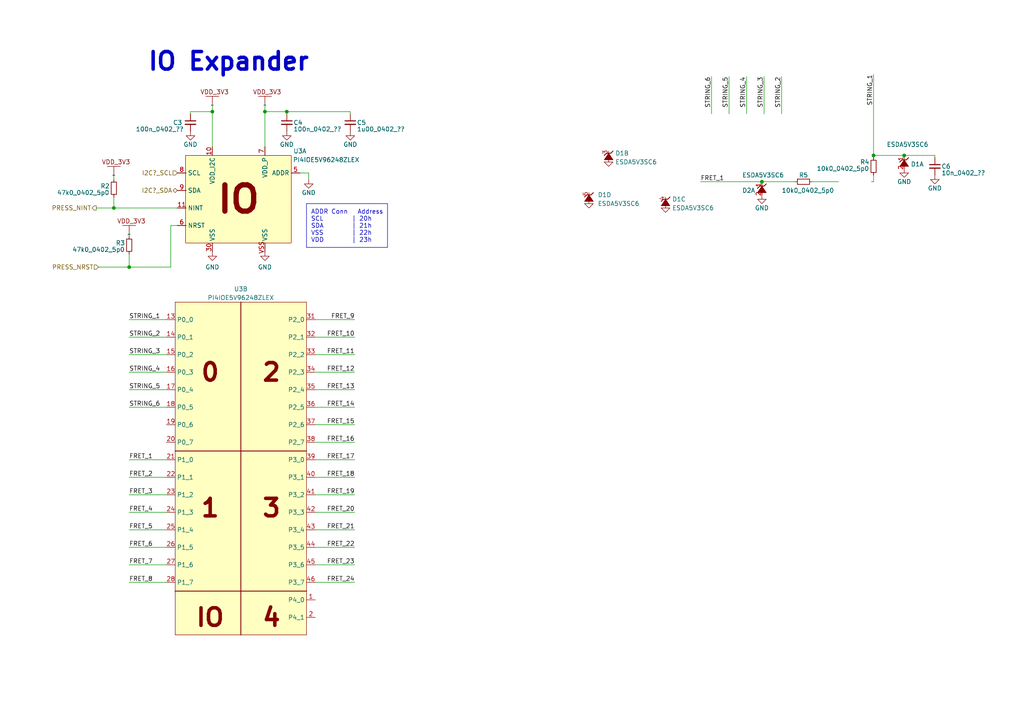
<source format=kicad_sch>
(kicad_sch (version 20230121) (generator eeschema)
  (paper "A4")
  (lib_symbols
    (symbol "Beacon_Lite_Library:ESDA5V3SC6"
      (property "Reference" "D" (at 2.54 1.905 0))
      (property "Value" "ESDA5V3SC6" (at 7.62 0 0))
      (symbol "ESDA5V3SC6_1_1"
        (polyline (pts (xy 0 -1.905) (xy -0.635 -1.905) (xy -1.27 -2.54)) (stroke (width 0.254)))
        (polyline (pts (xy 0 -1.905) (xy 0.635 -1.905) (xy 1.27 -1.27)) (stroke (width 0.254)))
        (polyline (pts (xy 0 -1.905) (xy -1.27 -3.81) (xy 1.27 -3.81) (xy 0 -1.905)) (fill (type outline)))
        (pin passive line (at 0 -1.27 270) (length 0.635) (name "") (number "1"))
        (pin passive line (at 0 -4.445 90) (length 0.635) (name "") (number "2"))
      )
      (symbol "ESDA5V3SC6_2_1"
        (polyline (pts (xy 0 -4.445) (xy 0 -3.175)))
        (polyline (pts (xy 0 -1.905) (xy -0.635 -1.905) (xy -1.27 -2.54)) (stroke (width 0.254)))
        (polyline (pts (xy 0 -1.905) (xy 0.635 -1.905) (xy 1.27 -1.27)) (stroke (width 0.254)))
        (polyline (pts (xy -1.27 -4.445) (xy 1.27 -4.445) (xy 0 -5.715) (xy -1.27 -4.445)))
        (polyline (pts (xy 0 -1.905) (xy -1.27 -3.81) (xy 1.27 -3.81) (xy 0 -1.905)) (fill (type outline)))
        (pin passive line (at 0 -1.27 270) (length 0.635) (name "") (number "3"))
      )
      (symbol "ESDA5V3SC6_3_1"
        (polyline (pts (xy 0 -4.445) (xy 0 -3.175)))
        (polyline (pts (xy 0 -1.905) (xy -0.635 -1.905) (xy -1.27 -2.54)) (stroke (width 0.254)))
        (polyline (pts (xy 0 -1.905) (xy 0.635 -1.905) (xy 1.27 -1.27)) (stroke (width 0.254)))
        (polyline (pts (xy -1.27 -4.445) (xy 1.27 -4.445) (xy 0 -5.715) (xy -1.27 -4.445)))
        (polyline (pts (xy 0 -1.905) (xy -1.27 -3.81) (xy 1.27 -3.81) (xy 0 -1.905)) (fill (type outline)))
        (pin passive line (at 0 -1.27 270) (length 0.635) (name "") (number "4"))
      )
      (symbol "ESDA5V3SC6_4_1"
        (polyline (pts (xy 0 -4.445) (xy 0 -3.175)))
        (polyline (pts (xy 0 -1.905) (xy -0.635 -1.905) (xy -1.27 -2.54)) (stroke (width 0.254)))
        (polyline (pts (xy 0 -1.905) (xy 0.635 -1.905) (xy 1.27 -1.27)) (stroke (width 0.254)))
        (polyline (pts (xy -1.27 -4.445) (xy 1.27 -4.445) (xy 0 -5.715) (xy -1.27 -4.445)))
        (polyline (pts (xy 0 -1.905) (xy -1.27 -3.81) (xy 1.27 -3.81) (xy 0 -1.905)) (fill (type outline)))
        (pin passive line (at 0 -1.27 270) (length 0.635) (name "") (number "5"))
      )
    )
    (symbol "Beacon_Lite_Library:PI4IOE5V96248ZLEX"
      (property "Reference" "U" (at 26.035 3.175 0))
      (property "Value" "PI4IOE5V96248ZLEX" (at 34.925 1.27 0))
      (symbol "PI4IOE5V96248ZLEX_1_1"
        (rectangle (start -0.127 0) (end 30.48 -25.4) (fill (type background)))
        (text "IO" (at 15.24 -12.7 0) (effects (font (size 7.62 7.62) bold)))
        (pin power_in line (at 7.62 2.54 270) (length 2.54) (name "VDD_I2C") (number "10"))
        (pin output line (at -2.54 -15.24 0) (length 2.54) (name "NINT") (number "11"))
        (pin no_connect line (at 36.83 -27.94 180) (length 1.27) hide (name "NC") (number "12"))
        (pin no_connect line (at 36.83 -31.75 180) (length 1.27) hide (name "NC") (number "29"))
        (pin no_connect line (at 36.83 -20.32 180) (length 1.27) hide (name "NC") (number "3"))
        (pin passive line (at 7.62 -27.94 90) (length 2.54) (name "VSS") (number "30"))
        (pin no_connect line (at 36.83 -24.13 180) (length 1.27) hide (name "NC") (number "4"))
        (pin input line (at 33.02 -5.08 180) (length 2.54) (name "ADDR") (number "5"))
        (pin input line (at -2.54 -20.32 0) (length 2.54) (name "NRST") (number "6"))
        (pin power_in line (at 22.86 2.54 270) (length 2.54) (name "VDD_P") (number "7"))
        (pin input line (at -2.54 -5.08 0) (length 2.54) (name "SCL") (number "8"))
        (pin bidirectional line (at -2.54 -10.16 0) (length 2.54) (name "SDA") (number "9"))
        (pin passive line (at 22.86 -27.94 90) (length 2.54) (name "VSS") (number "VSS"))
      )
      (symbol "PI4IOE5V96248ZLEX_2_1"
        (rectangle (start -0.127 0) (end 38.1 -96.52) (fill (type background)))
        (polyline (pts (xy 20.32 -83.82) (xy 20.32 0)) (stroke (width 0.254)))
        (polyline (pts (xy 38.1 -83.82) (xy 0 -83.82)) (stroke (width 0.254)))
        (polyline (pts (xy 38.1 -43.18) (xy 0 -43.18)) (stroke (width 0.254)))
        (text "0" (at 11.43 -20.32 0) (effects (font (size 5.08 5.08) bold)))
        (text "1" (at 11.43 -59.69 0) (effects (font (size 5.08 5.08) bold)))
        (text "2" (at 27.94 -20.32 0) (effects (font (size 5.08 5.08) bold)))
        (text "3" (at 27.94 -59.69 0) (effects (font (size 5.08 5.08) bold)))
        (text "4" (at 27.94 -91.44 0) (effects (font (size 5.08 5.08) bold)))
        (text "IO" (at 11.43 -91.44 0) (effects (font (size 5.08 5.08) bold)))
        (pin unspecified line (at 40.64 -86.36 180) (length 2.54) (name "P4_0") (number "1"))
        (pin unspecified line (at -2.54 -5.08 0) (length 2.54) (name "P0_0") (number "13"))
        (pin unspecified line (at -2.54 -10.16 0) (length 2.54) (name "P0_1") (number "14"))
        (pin unspecified line (at -2.54 -15.24 0) (length 2.54) (name "P0_2") (number "15"))
        (pin unspecified line (at -2.54 -20.32 0) (length 2.54) (name "P0_3") (number "16"))
        (pin unspecified line (at -2.54 -25.4 0) (length 2.54) (name "P0_4") (number "17"))
        (pin unspecified line (at -2.54 -30.48 0) (length 2.54) (name "P0_5") (number "18"))
        (pin unspecified line (at -2.54 -35.56 0) (length 2.54) (name "P0_6") (number "19"))
        (pin unspecified line (at 40.64 -91.44 180) (length 2.54) (name "P4_1") (number "2"))
        (pin unspecified line (at -2.54 -40.64 0) (length 2.54) (name "P0_7") (number "20"))
        (pin unspecified line (at -2.54 -45.72 0) (length 2.54) (name "P1_0") (number "21"))
        (pin unspecified line (at -2.54 -50.8 0) (length 2.54) (name "P1_1") (number "22"))
        (pin unspecified line (at -2.54 -55.88 0) (length 2.54) (name "P1_2") (number "23"))
        (pin unspecified line (at -2.54 -60.96 0) (length 2.54) (name "P1_3") (number "24"))
        (pin unspecified line (at -2.54 -66.04 0) (length 2.54) (name "P1_4") (number "25"))
        (pin unspecified line (at -2.54 -71.12 0) (length 2.54) (name "P1_5") (number "26"))
        (pin unspecified line (at -2.54 -76.2 0) (length 2.54) (name "P1_6") (number "27"))
        (pin unspecified line (at -2.54 -81.28 0) (length 2.54) (name "P1_7") (number "28"))
        (pin unspecified line (at 40.7337 -4.9243 180) (length 2.54) (name "P2_0") (number "31"))
        (pin unspecified line (at 40.7337 -10.0043 180) (length 2.54) (name "P2_1") (number "32"))
        (pin unspecified line (at 40.7337 -15.0843 180) (length 2.54) (name "P2_2") (number "33"))
        (pin unspecified line (at 40.7337 -20.1643 180) (length 2.54) (name "P2_3") (number "34"))
        (pin unspecified line (at 40.7337 -25.2443 180) (length 2.54) (name "P2_4") (number "35"))
        (pin unspecified line (at 40.7337 -30.3243 180) (length 2.54) (name "P2_5") (number "36"))
        (pin unspecified line (at 40.7337 -35.4043 180) (length 2.54) (name "P2_6") (number "37"))
        (pin unspecified line (at 40.64 -40.64 180) (length 2.54) (name "P2_7") (number "38"))
        (pin unspecified line (at 40.64 -45.72 180) (length 2.54) (name "P3_0") (number "39"))
        (pin unspecified line (at 40.64 -50.8 180) (length 2.54) (name "P3_1") (number "40"))
        (pin unspecified line (at 40.64 -55.88 180) (length 2.54) (name "P3_2") (number "41"))
        (pin unspecified line (at 40.64 -60.96 180) (length 2.54) (name "P3_3") (number "42"))
        (pin unspecified line (at 40.64 -66.04 180) (length 2.54) (name "P3_4") (number "43"))
        (pin unspecified line (at 40.64 -71.12 180) (length 2.54) (name "P3_5") (number "44"))
        (pin unspecified line (at 40.64 -76.2 180) (length 2.54) (name "P3_6") (number "45"))
        (pin unspecified line (at 40.64 -81.28 180) (length 2.54) (name "P3_7") (number "46"))
      )
    )
    (symbol "Beacon_Lite_Library:VDD_3V3"
      (symbol "VDD_3V3_0_0"
        (text "VDD_3V3" (at 0.635 3.81 0) (effects (font (size 1.27 1.27))))
      )
      (symbol "VDD_3V3_0_1"
        (polyline (pts (xy 0 2.54) (xy 0 0)))
        (polyline (pts (xy 1.905 2.54) (xy -1.905 2.54)))
      )
      (symbol "VDD_3V3_1_1"
        (pin power_in line (at 0 0 90) (length 2.54) hide (name "VDD_3V3") (number ""))
      )
    )
    (symbol "Device:C_Small" (pin_numbers hide) (pin_names (offset 0.254) hide)
      (property "Reference" "C" (at 0.254 1.778 0))
      (property "Value" "C_Small" (at 0.254 -2.032 0))
      (symbol "C_Small_0_1"
        (polyline (pts (xy -1.524 -0.508) (xy 1.524 -0.508)) (stroke (width 0.3302)))
        (polyline (pts (xy -1.524 0.508) (xy 1.524 0.508)) (stroke (width 0.3048)))
      )
      (symbol "C_Small_1_1"
        (pin passive line (at 0 2.54 270) (length 2.032) (name "~") (number "1"))
        (pin passive line (at 0 -2.54 90) (length 2.032) (name "~") (number "2"))
      )
    )
    (symbol "Device:R_Small" (pin_numbers hide) (pin_names (offset 0.254) hide)
      (property "Reference" "R" (at 0.762 0.508 0))
      (property "Value" "R_Small" (at 0.762 -1.016 0))
      (symbol "R_Small_0_1"
        (rectangle (start -0.762 1.778) (end 0.762 -1.778) (stroke (width 0.2032)))
      )
      (symbol "R_Small_1_1"
        (pin passive line (at 0 2.54 270) (length 0.762) (name "~") (number "1"))
        (pin passive line (at 0 -2.54 90) (length 0.762) (name "~") (number "2"))
      )
    )
    (symbol "PI4IOE5V96248ZLEX_1"
      (property "Reference" "U" (at 26.035 3.175 0))
      (property "Value" "PI4IOE5V96248ZLEX" (at 34.925 1.27 0))
      (symbol "PI4IOE5V96248ZLEX_1_1_1"
        (rectangle (start 0 0) (end 30.48 -25.4) (fill (type background)))
        (text "IO" (at 15.24 -12.7 0) (effects (font (size 7.62 7.62) bold)))
        (pin power_in line (at 7.62 2.54 270) (length 2.54) (name "VDD_I2C") (number "10"))
        (pin output line (at -2.54 -15.24 0) (length 2.54) (name "NINT") (number "11"))
        (pin no_connect line (at 36.83 -27.94 180) (length 1.27) hide (name "NC") (number "12"))
        (pin no_connect line (at 36.83 -31.75 180) (length 1.27) hide (name "NC") (number "29"))
        (pin no_connect line (at 36.83 -20.32 180) (length 1.27) hide (name "NC") (number "3"))
        (pin passive line (at 7.62 -27.94 90) (length 2.54) (name "VSS") (number "30"))
        (pin no_connect line (at 36.83 -24.13 180) (length 1.27) hide (name "NC") (number "4"))
        (pin input line (at 33.02 -5.08 180) (length 2.54) (name "ADDR") (number "5"))
        (pin input line (at -2.54 -20.32 0) (length 2.54) (name "NRST") (number "6"))
        (pin power_in line (at 22.86 2.54 270) (length 2.54) (name "VDD_P") (number "7"))
        (pin input line (at -2.54 -5.08 0) (length 2.54) (name "SCL") (number "8"))
        (pin bidirectional line (at -2.54 -10.16 0) (length 2.54) (name "SDA") (number "9"))
        (pin passive line (at 22.86 -27.94 90) (length 2.54) (name "VSS") (number "VSS"))
      )
      (symbol "PI4IOE5V96248ZLEX_1_2_1"
        (polyline (pts (xy 19.05 -96.52) (xy 19.05 0)) (stroke (width 0.254)))
        (polyline (pts (xy 38.1 -83.82) (xy 0 -83.82)) (stroke (width 0.254)))
        (polyline (pts (xy 38.1 -43.18) (xy 0 -43.18)) (stroke (width 0.254)))
        (rectangle (start 0 0) (end 38.1 -96.52) (fill (type background)))
        (text "0" (at 10.16 -20.32 0) (effects (font (size 5.08 5.08) bold)))
        (text "1" (at 10.16 -59.69 0) (effects (font (size 5.08 5.08) bold)))
        (text "2" (at 27.94 -20.32 0) (effects (font (size 5.08 5.08) bold)))
        (text "3" (at 27.94 -59.69 0) (effects (font (size 5.08 5.08) bold)))
        (text "4" (at 27.94 -91.44 0) (effects (font (size 5.08 5.08) bold)))
        (text "IO" (at 10.16 -91.44 0) (effects (font (size 5.08 5.08) bold)))
        (pin unspecified line (at 40.64 -86.36 180) (length 2.54) (name "P4_0") (number "1"))
        (pin unspecified line (at -2.54 -5.08 0) (length 2.54) (name "P0_0") (number "13"))
        (pin unspecified line (at -2.54 -10.16 0) (length 2.54) (name "P0_1") (number "14"))
        (pin unspecified line (at -2.54 -15.24 0) (length 2.54) (name "P0_2") (number "15"))
        (pin unspecified line (at -2.54 -20.32 0) (length 2.54) (name "P0_3") (number "16"))
        (pin unspecified line (at -2.54 -25.4 0) (length 2.54) (name "P0_4") (number "17"))
        (pin unspecified line (at -2.54 -30.48 0) (length 2.54) (name "P0_5") (number "18"))
        (pin unspecified line (at -2.54 -35.56 0) (length 2.54) (name "P0_6") (number "19"))
        (pin unspecified line (at 40.64 -91.44 180) (length 2.54) (name "P4_1") (number "2"))
        (pin unspecified line (at -2.54 -40.64 0) (length 2.54) (name "P0_7") (number "20"))
        (pin unspecified line (at -2.54 -45.72 0) (length 2.54) (name "P1_0") (number "21"))
        (pin unspecified line (at -2.54 -50.8 0) (length 2.54) (name "P1_1") (number "22"))
        (pin unspecified line (at -2.54 -55.88 0) (length 2.54) (name "P1_2") (number "23"))
        (pin unspecified line (at -2.54 -60.96 0) (length 2.54) (name "P1_3") (number "24"))
        (pin unspecified line (at -2.54 -66.04 0) (length 2.54) (name "P1_4") (number "25"))
        (pin unspecified line (at -2.54 -71.12 0) (length 2.54) (name "P1_5") (number "26"))
        (pin unspecified line (at -2.54 -76.2 0) (length 2.54) (name "P1_6") (number "27"))
        (pin unspecified line (at -2.54 -81.28 0) (length 2.54) (name "P1_7") (number "28"))
        (pin unspecified line (at 40.64 -5.08 180) (length 2.54) (name "P2_0") (number "31"))
        (pin unspecified line (at 40.64 -10.16 180) (length 2.54) (name "P2_1") (number "32"))
        (pin unspecified line (at 40.64 -15.24 180) (length 2.54) (name "P2_2") (number "33"))
        (pin unspecified line (at 40.64 -20.32 180) (length 2.54) (name "P2_3") (number "34"))
        (pin unspecified line (at 40.64 -25.4 180) (length 2.54) (name "P2_4") (number "35"))
        (pin unspecified line (at 40.64 -30.48 180) (length 2.54) (name "P2_5") (number "36"))
        (pin unspecified line (at 40.64 -35.56 180) (length 2.54) (name "P2_6") (number "37"))
        (pin unspecified line (at 40.64 -40.64 180) (length 2.54) (name "P2_7") (number "38"))
        (pin unspecified line (at 40.64 -45.72 180) (length 2.54) (name "P3_0") (number "39"))
        (pin unspecified line (at 40.64 -50.8 180) (length 2.54) (name "P3_1") (number "40"))
        (pin unspecified line (at 40.64 -55.88 180) (length 2.54) (name "P3_2") (number "41"))
        (pin unspecified line (at 40.64 -60.96 180) (length 2.54) (name "P3_3") (number "42"))
        (pin unspecified line (at 40.64 -66.04 180) (length 2.54) (name "P3_4") (number "43"))
        (pin unspecified line (at 40.64 -71.12 180) (length 2.54) (name "P3_5") (number "44"))
        (pin unspecified line (at 40.64 -76.2 180) (length 2.54) (name "P3_6") (number "45"))
        (pin unspecified line (at 40.64 -81.28 180) (length 2.54) (name "P3_7") (number "46"))
      )
    )
    (symbol "power:GND" (power) (pin_names (offset 0))
      (property "Value" "GND" (at 0 -3.81 0))
      (symbol "GND_0_1"
        (polyline (pts (xy 0 0) (xy 0 -1.27) (xy 1.27 -1.27) (xy 0 -2.54) (xy -1.27 -1.27) (xy 0 -1.27)))
      )
      (symbol "GND_1_1"
        (pin power_in line (at 0 0 270) (length 0) hide (name "GND") (number "1"))
      )
    )
  )
  (junction (at 33.02 60.325))
  (junction (at 253.365 45.085))
  (junction (at 262.255 45.085))
  (junction (at 61.595 32.385))
  (junction (at 83.185 32.385))
  (junction (at 76.835 32.385))
  (junction (at 37.465 77.47))
  (junction (at 220.98 52.705))
  (wire (pts (xy 37.465 158.75) (xy 48.26 158.75)))
  (wire (pts (xy 37.465 163.83) (xy 48.26 163.83)))
  (wire (pts (xy 91.44 138.43) (xy 102.87 138.43)))
  (wire (pts (xy 91.44 148.59) (xy 102.87 148.59)))
  (wire (pts (xy 49.53 77.47) (xy 49.53 65.405)))
  (wire (pts (xy 253.365 50.8) (xy 253.365 52.705)))
  (wire (pts (xy 211.455 22.225) (xy 211.455 33.02)))
  (wire (pts (xy 37.465 97.79) (xy 48.26 97.79)))
  (wire (pts (xy 101.6 33.02) (xy 101.6 32.385)))
  (wire (pts (xy 91.44 133.35) (xy 102.87 133.35)))
  (wire (pts (xy 253.365 45.085) (xy 262.255 45.085)))
  (wire (pts (xy 252.73 52.705) (xy 253.365 52.705)))
  (wire (pts (xy 253.365 21.59) (xy 253.365 45.085)))
  (wire (pts (xy 37.465 138.43) (xy 48.26 138.43)))
  (wire (pts (xy 89.535 52.07) (xy 89.535 50.165)))
  (wire (pts (xy 221.615 22.225) (xy 221.615 33.02)))
  (wire (pts (xy 91.44 113.03) (xy 102.87 113.03)))
  (wire (pts (xy 27.94 60.325) (xy 33.02 60.325)))
  (wire (pts (xy 49.53 65.405) (xy 51.435 65.405)))
  (wire (pts (xy 91.44 123.19) (xy 102.87 123.19)))
  (wire (pts (xy 33.02 60.325) (xy 51.435 60.325)))
  (wire (pts (xy 91.44 118.11) (xy 102.87 118.11)))
  (wire (pts (xy 262.255 45.72) (xy 262.255 45.085)))
  (wire (pts (xy 220.98 52.705) (xy 220.98 53.34)))
  (wire (pts (xy 37.465 148.59) (xy 48.26 148.59)))
  (wire (pts (xy 206.375 22.225) (xy 206.375 33.02)))
  (wire (pts (xy 235.585 52.705) (xy 243.205 52.705)))
  (wire (pts (xy 91.44 128.27) (xy 102.87 128.27)))
  (wire (pts (xy 37.465 143.51) (xy 48.26 143.51)))
  (wire (pts (xy 253.365 45.085) (xy 253.365 45.72)))
  (wire (pts (xy 37.465 102.87) (xy 48.26 102.87)))
  (wire (pts (xy 61.595 32.385) (xy 61.595 42.545)))
  (wire (pts (xy 91.44 158.75) (xy 102.87 158.75)))
  (wire (pts (xy 37.465 77.47) (xy 49.53 77.47)))
  (wire (pts (xy 262.255 45.085) (xy 271.145 45.085)))
  (wire (pts (xy 37.465 107.95) (xy 48.26 107.95)))
  (wire (pts (xy 91.44 143.51) (xy 102.87 143.51)))
  (wire (pts (xy 220.98 52.705) (xy 230.505 52.705)))
  (wire (pts (xy 55.245 33.02) (xy 55.245 32.385)))
  (wire (pts (xy 91.44 92.71) (xy 102.87 92.71)))
  (wire (pts (xy 33.02 50.8) (xy 33.02 52.07)))
  (wire (pts (xy 83.185 32.385) (xy 101.6 32.385)))
  (wire (pts (xy 37.465 67.945) (xy 37.465 68.58)))
  (wire (pts (xy 271.145 45.085) (xy 271.145 45.72)))
  (wire (pts (xy 91.44 107.95) (xy 102.87 107.95)))
  (wire (pts (xy 89.535 50.165) (xy 86.995 50.165)))
  (wire (pts (xy 33.02 57.15) (xy 33.02 60.325)))
  (wire (pts (xy 226.695 22.225) (xy 226.695 33.02)))
  (wire (pts (xy 91.44 97.79) (xy 102.87 97.79)))
  (wire (pts (xy 76.835 32.385) (xy 83.185 32.385)))
  (wire (pts (xy 37.465 133.35) (xy 48.26 133.35)))
  (wire (pts (xy 55.245 32.385) (xy 61.595 32.385)))
  (wire (pts (xy 76.835 30.48) (xy 76.835 32.385)))
  (wire (pts (xy 37.465 153.67) (xy 48.26 153.67)))
  (wire (pts (xy 91.44 168.91) (xy 102.87 168.91)))
  (wire (pts (xy 61.595 30.48) (xy 61.595 32.385)))
  (wire (pts (xy 37.465 92.71) (xy 48.26 92.71)))
  (wire (pts (xy 203.2 52.705) (xy 220.98 52.705)))
  (wire (pts (xy 91.44 102.87) (xy 102.87 102.87)))
  (wire (pts (xy 37.465 118.11) (xy 48.26 118.11)))
  (wire (pts (xy 76.835 32.385) (xy 76.835 42.545)))
  (wire (pts (xy 216.535 22.225) (xy 216.535 33.02)))
  (wire (pts (xy 91.44 153.67) (xy 102.87 153.67)))
  (wire (pts (xy 37.465 113.03) (xy 48.26 113.03)))
  (wire (pts (xy 91.44 163.83) (xy 102.87 163.83)))
  (wire (pts (xy 83.185 32.385) (xy 83.185 33.02)))
  (wire (pts (xy 37.465 168.91) (xy 48.26 168.91)))
  (wire (pts (xy 37.465 73.66) (xy 37.465 77.47)))
  (wire (pts (xy 28.575 77.47) (xy 37.465 77.47)))
  (rectangle (start 88.9 59.055) (end 112.395 71.755))
  (text "ADDR Conn   Address\nSCL 	  | 20h\nSDA		  | 21h\nVSS 	  | 22h\nVDD 	  | 23h" (at 90.17 70.485 0) (effects (font (size 1.27 1.27)) (justify left bottom)))
  (text "IO Expander" (at 42.545 20.955 0) (effects (font (size 5.08 5.08) (thickness 1.016) bold) (justify left bottom)))
  (label "STRING_3" (at 37.465 102.87 0))
  (label "FRET_16" (at 102.87 128.27 180))
  (label "STRING_2" (at 226.695 22.225 270))
  (label "FRET_2" (at 37.465 138.43 0))
  (label "FRET_23" (at 102.87 163.83 180))
  (label "FRET_13" (at 102.87 113.03 180))
  (label "FRET_10" (at 102.87 97.79 180))
  (label "FRET_6" (at 37.465 158.75 0))
  (label "FRET_22" (at 102.87 158.75 180))
  (label "FRET_21" (at 102.87 153.67 180))
  (label "FRET_20" (at 102.87 148.59 180))
  (label "FRET_4" (at 37.465 148.59 0))
  (label "FRET_7" (at 37.465 163.83 0))
  (label "FRET_5" (at 37.465 153.67 0))
  (label "FRET_17" (at 102.87 133.35 180))
  (label "STRING_6" (at 206.375 22.225 270))
  (label "FRET_1" (at 203.2 52.705 0))
  (label "STRING_1" (at 253.365 21.59 270))
  (label "STRING_3" (at 221.615 22.225 270))
  (label "STRING_4" (at 216.535 22.225 270))
  (label "FRET_19" (at 102.87 143.51 180))
  (label "STRING_5" (at 37.465 113.03 0))
  (label "FRET_15" (at 102.87 123.19 180))
  (label "STRING_6" (at 37.465 118.11 0))
  (label "FRET_18" (at 102.87 138.43 180))
  (label "STRING_2" (at 37.465 97.79 0))
  (label "STRING_4" (at 37.465 107.95 0))
  (label "FRET_1" (at 37.465 133.35 0))
  (label "FRET_24" (at 102.87 168.91 180))
  (label "FRET_9" (at 102.87 92.71 180))
  (label "FRET_12" (at 102.87 107.95 180))
  (label "FRET_11" (at 102.87 102.87 180))
  (label "FRET_8" (at 37.465 168.91 0))
  (label "FRET_14" (at 102.87 118.11 180))
  (label "STRING_1" (at 37.465 92.71 0))
  (label "FRET_3" (at 37.465 143.51 0))
  (label "STRING_5" (at 211.455 22.225 270))
  (hierarchical_label "PRESS_NRST" (shape input) (at 28.575 77.47 180) (property "Intersheetrefs" "${INTERSHEET_REFS}" (effects hide)))
  (hierarchical_label "I2C?_SDA" (shape bidirectional) (at 51.435 55.245 180) (property "Intersheetrefs" "${INTERSHEET_REFS}" (effects hide)))
  (hierarchical_label "PRESS_NINT" (shape output) (at 27.94 60.325 180) (property "Intersheetrefs" "${INTERSHEET_REFS}" (effects hide)))
  (hierarchical_label "I2C?_SCL" (shape input) (at 51.435 50.165 180) (property "Intersheetrefs" "${INTERSHEET_REFS}" (effects hide)))
  (symbol (lib_id "power:GND") (at 83.185 38.1 0) (unit 1)
    (property "Reference" "#PWR07" (effects hide))
    (property "Value" "GND" (at 83.185 41.91 0))
  )
  (symbol (lib_id "power:GND") (at 89.535 52.07 0) (unit 1)
    (property "Reference" "#PWR08" (effects hide))
    (property "Value" "GND" (at 89.535 55.88 0))
  )
  (symbol (lib_id "Device:R_Small") (at 253.365 48.26 180) (unit 1)
    (property "Reference" "R4" (at 250.825 46.99 0))
    (property "Value" "10k0_0402_5p0" (at 244.475 48.895 0))
    (property "Footprint" "Footprint_Library:0603_1608Metric_Handsolder" (effects hide))
    (instances (project "Beacon_Lite" (path "" (reference "R4") (unit 1))) (project "Beacon" (path "" (reference "R2204") (unit 1))) (project "Beacon_Multiboard" (path "" (reference "R504") (unit 1))))
  )
  (symbol (lib_id "Beacon_Lite_Library:VDD_3V3") (at 61.595 30.48 0) (unit 1)
    (property "Reference" "#PWR12" (effects hide))
    (property "Value" "~" (at 61.595 30.48 0))
  )
  (symbol (lib_id "Beacon_Lite_Library:ESDA5V3SC6") (at 176.53 42.545 0) (unit 2)
    (property "Reference" "D1" (at 178.435 44.45 0) (effects (justify left)))
    (property "Value" "ESDA5V3SC6" (at 178.435 46.99 0) (effects (justify left)))
    (property "Datasheet" "https://www.mouser.com/datasheet/2/389/esda14v2sc5-1849278.pdf" (effects hide))
  )
  (symbol (lib_id "Beacon_Lite_Library:ESDA5V3SC6") (at 170.815 54.61 0) (unit 4)
    (property "Reference" "D1" (at 173.355 56.515 0) (effects (justify left)))
    (property "Value" "ESDA5V3SC6" (at 173.355 59.055 0) (effects (justify left)))
    (property "Datasheet" "https://www.mouser.com/datasheet/2/389/esda14v2sc5-1849278.pdf" (effects hide))
  )
  (symbol (lib_id "power:GND") (at 101.6 38.1 0) (unit 1)
    (property "Reference" "#PWR010" (effects hide))
    (property "Value" "GND" (at 101.6 41.91 0))
  )
  (symbol (lib_id "Device:R_Small") (at 37.465 71.12 180) (unit 1)
    (property "Reference" "R3" (at 34.925 70.485 0))
    (property "Value" "47k0_0402_5p0" (at 28.575 72.39 0))
    (property "Footprint" "Footprint_Library:0603_1608Metric_Handsolder" (effects hide))
    (instances (project "Beacon_Lite" (path "" (reference "R3") (unit 1))) (project "Beacon" (path "" (reference "R2204") (unit 1))) (project "Beacon_Multiboard" (path "" (reference "R504") (unit 1))))
  )
  (symbol (lib_id "Device:R_Small") (at 233.045 52.705 270) (unit 1)
    (property "Reference" "R5" (at 233.045 50.8 90))
    (property "Value" "10k0_0402_5p0" (at 234.315 55.245 90))
    (property "Footprint" "Footprint_Library:0603_1608Metric_Handsolder" (effects hide))
    (instances (project "Beacon_Lite" (path "" (reference "R5") (unit 1))) (project "Beacon" (path "" (reference "R2204") (unit 1))) (project "Beacon_Multiboard" (path "" (reference "R504") (unit 1))))
  )
  (symbol (lib_id "power:GND") (at 262.255 48.895 0) (unit 1)
    (property "Reference" "#PWR014" (effects hide))
    (property "Value" "GND" (at 262.255 52.705 0))
  )
  (symbol (lib_id "Beacon_Lite_Library:VDD_3V3") (at 76.835 30.48 0) (unit 1)
    (property "Reference" "#PWR6" (effects hide))
    (property "Value" "~" (at 76.835 30.48 0))
  )
  (symbol (lib_id "Beacon_Lite_Library:ESDA5V3SC6") (at 220.98 52.07 0) (unit 1)
    (property "Reference" "D2" (at 215.265 55.245 0) (effects (justify left)))
    (property "Value" "ESDA5V3SC6" (at 215.265 50.8 0) (effects (justify left)))
    (property "Datasheet" "https://www.mouser.com/datasheet/2/389/esda14v2sc5-1849278.pdf" (effects hide))
  )
  (symbol (lib_id "power:GND") (at 61.595 73.025 0) (unit 1)
    (property "Reference" "#PWR04" (effects hide))
    (property "Value" "GND" (at 61.595 77.47 0))
  )
  (symbol (lib_id "power:GND") (at 220.98 56.515 0) (unit 1)
    (property "Reference" "#PWR016" (effects hide))
    (property "Value" "GND" (at 220.98 60.325 0))
  )
  (symbol (lib_id "power:GND") (at 76.835 73.025 0) (unit 1)
    (property "Reference" "#PWR05" (effects hide))
    (property "Value" "GND" (at 76.835 77.47 0))
  )
  (symbol (lib_id "Device:R_Small") (at 33.02 54.61 180) (unit 1)
    (property "Reference" "R2" (at 30.48 53.975 0))
    (property "Value" "47k0_0402_5p0" (at 24.13 55.88 0))
    (property "Footprint" "Footprint_Library:0603_1608Metric_Handsolder" (effects hide))
    (instances (project "Beacon_Lite" (path "" (reference "R2") (unit 1))) (project "Beacon" (path "" (reference "R2204") (unit 1))) (project "Beacon_Multiboard" (path "" (reference "R504") (unit 1))))
  )
  (symbol (lib_id "Device:C_Small") (at 101.6 35.56 0) (unit 1)
    (property "Reference" "C5" (at 103.505 35.56 0) (effects (justify left)))
    (property "Value" "1u00_0402_??" (at 103.505 37.465 0) (effects (justify left)))
  )
  (symbol (lib_id "Device:C_Small") (at 55.245 35.56 0) (unit 1)
    (property "Reference" "C3" (at 50.165 35.56 0) (effects (justify left)))
    (property "Value" "100n_0402_??" (at 39.37 37.465 0) (effects (justify left)))
  )
  (symbol (lib_id "Beacon_Lite_Library:ESDA5V3SC6") (at 262.255 44.45 0) (unit 1)
    (property "Reference" "D1" (at 264.16 47.625 0) (effects (justify left)))
    (property "Value" "ESDA5V3SC6" (at 257.175 41.91 0) (effects (justify left)))
    (property "Datasheet" "https://www.mouser.com/datasheet/2/389/esda14v2sc5-1849278.pdf" (effects hide))
  )
  (symbol (lib_id "Beacon_Lite_Library:VDD_3V3") (at 37.465 67.945 0) (unit 1)
    (property "Reference" "#PWR13" (effects hide))
    (property "Value" "~" (at 37.465 67.945 0))
  )
  (symbol (lib_id "Beacon_Lite_Library:ESDA5V3SC6") (at 193.04 55.88 0) (unit 3)
    (property "Reference" "D1" (at 194.945 57.785 0) (effects (justify left)))
    (property "Value" "ESDA5V3SC6" (at 194.945 60.325 0) (effects (justify left)))
    (property "Datasheet" "https://www.mouser.com/datasheet/2/389/esda14v2sc5-1849278.pdf" (effects hide))
  )
  (symbol (lib_name "PI4IOE5V96248ZLEX_1") (lib_id "Beacon_Lite_Library:PI4IOE5V96248ZLEX") (at 50.8 87.63 0) (unit 2)
    (property "Reference" "U3" (at 69.85 83.82 0))
    (property "Value" "PI4IOE5V96248ZLEX" (at 69.85 86.36 0))
    (property "Datasheet" "https://www.mouser.com/ProductDetail/Diodes-Incorporated/PI4IOE5V6534Q2ZLWEX?qs=HBWAp0VN4Ri1r7EUXWuRBg%3D%3D" (effects hide))
  )
  (symbol (lib_id "power:GND") (at 55.245 38.1 0) (unit 1)
    (property "Reference" "#PWR09" (effects hide))
    (property "Value" "GND" (at 55.245 41.91 0))
  )
  (symbol (lib_id "Beacon_Lite_Library:VDD_3V3") (at 33.02 50.8 0) (unit 1)
    (property "Reference" "#PWR11" (effects hide))
    (property "Value" "~" (at 33.02 50.8 0))
  )
  (symbol (lib_id "power:GND") (at 271.145 50.8 0) (unit 1)
    (property "Reference" "#PWR015" (effects hide))
    (property "Value" "GND" (at 271.145 54.61 0))
  )
  (symbol (lib_id "Beacon_Lite_Library:PI4IOE5V96248ZLEX") (at 53.975 45.085 0) (unit 1)
    (property "Reference" "U3" (at 86.995 43.815 0))
    (property "Value" "PI4IOE5V96248ZLEX" (at 94.615 46.355 0))
    (property "Datasheet" "https://www.mouser.com/ProductDetail/Diodes-Incorporated/PI4IOE5V6534Q2ZLWEX?qs=HBWAp0VN4Ri1r7EUXWuRBg%3D%3D" (effects hide))
  )
  (symbol (lib_id "Device:C_Small") (at 271.145 48.26 0) (unit 1)
    (property "Reference" "C6" (at 273.05 48.26 0) (effects (justify left)))
    (property "Value" "10n_0402_??" (at 273.05 50.165 0) (effects (justify left)))
  )
  (symbol (lib_id "Device:C_Small") (at 83.185 35.56 0) (unit 1)
    (property "Reference" "C4" (at 85.09 35.56 0) (effects (justify left)))
    (property "Value" "100n_0402_??" (at 85.09 37.465 0) (effects (justify left)))
  )
)
</source>
